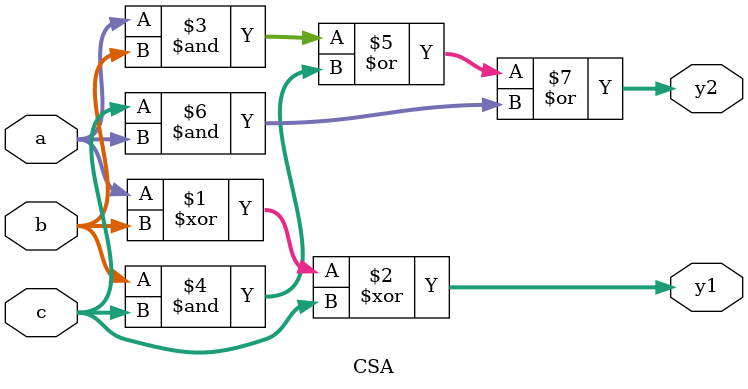
<source format=v>
`timescale 1ns / 1ps


module CSA #(
    parameter WIDTH = 64
)(
    input       [WIDTH-1: 0]     a,
    input       [WIDTH-1: 0]     b,
    input       [WIDTH-1: 0]     c,
    output      [WIDTH-1: 0]     y1,
    output      [WIDTH-1: 0]     y2
);
    assign y1 = a ^ b ^ c;
    assign y2 = (a & b) | (b & c) | (c & a);
endmodule

</source>
